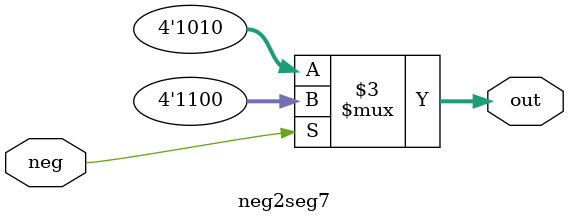
<source format=v>


module neg2seg7 (neg, out);
	input wire [0:0] neg; 
	output reg [3:0] out;

	always @(neg)
	if(neg)
		out = 12; //Case 12 is minus signe
	else	
		out = 10; //Case 10 is off
		
endmodule
</source>
